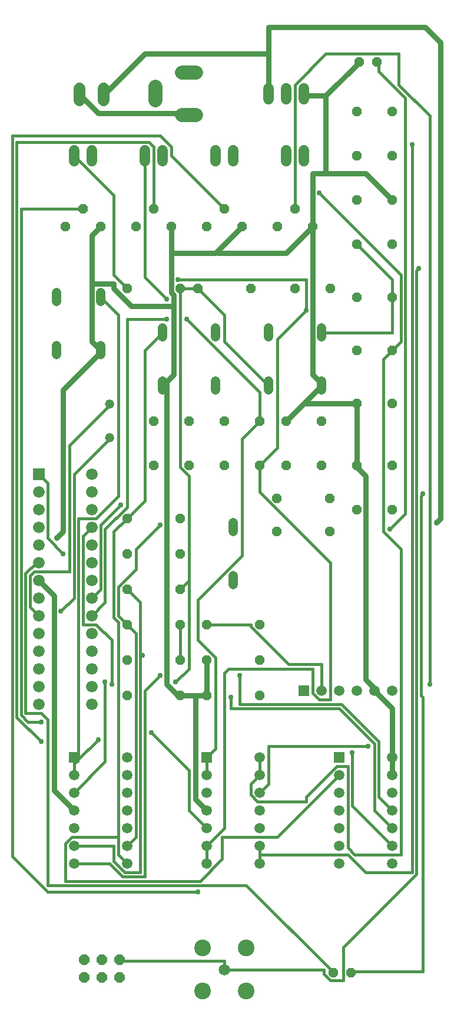
<source format=gbr>
G04 EAGLE Gerber RS-274X export*
G75*
%MOMM*%
%FSLAX34Y34*%
%LPD*%
%INTop Copper*%
%IPPOS*%
%AMOC8*
5,1,8,0,0,1.08239X$1,22.5*%
G01*
%ADD10P,1.429621X8X22.500000*%
%ADD11C,2.000000*%
%ADD12P,1.429621X8X202.500000*%
%ADD13C,1.320800*%
%ADD14C,1.508000*%
%ADD15R,1.508000X1.508000*%
%ADD16C,1.524000*%
%ADD17C,1.650000*%
%ADD18C,2.400000*%
%ADD19C,1.320800*%
%ADD20C,1.700000*%
%ADD21R,1.498600X1.498600*%
%ADD22C,1.498600*%
%ADD23R,1.676400X1.676400*%
%ADD24C,1.676400*%
%ADD25P,1.649562X8X22.500000*%
%ADD26C,0.406400*%
%ADD27C,0.756400*%
%ADD28C,0.762000*%


D10*
X241300Y1511300D03*
X292100Y1511300D03*
X266700Y1536700D03*
D11*
X307500Y1670800D02*
X327500Y1670800D01*
X327500Y1731800D02*
X307500Y1731800D01*
X269500Y1711800D02*
X269500Y1691800D01*
D10*
X139700Y1511300D03*
X190500Y1511300D03*
X165100Y1536700D03*
X266700Y1231900D03*
X317500Y1231900D03*
X558800Y1104900D03*
X609600Y1104900D03*
X457200Y1168400D03*
X508000Y1168400D03*
X457200Y1231900D03*
X508000Y1231900D03*
X368300Y1231900D03*
X419100Y1231900D03*
X368300Y1168400D03*
X419100Y1168400D03*
X558800Y1676400D03*
X609600Y1676400D03*
X558800Y1333500D03*
X609600Y1333500D03*
X558800Y1612900D03*
X609600Y1612900D03*
D12*
X609600Y1549400D03*
X558800Y1549400D03*
D10*
X558800Y1485900D03*
X609600Y1485900D03*
X558800Y1409700D03*
X609600Y1409700D03*
X266700Y1168400D03*
X317500Y1168400D03*
X469900Y1422400D03*
X520700Y1422400D03*
X558800Y1257300D03*
X609600Y1257300D03*
X558800Y1168400D03*
X609600Y1168400D03*
D13*
X508000Y1276096D02*
X508000Y1289304D01*
X508000Y1352296D02*
X508000Y1365504D01*
X127000Y1340104D02*
X127000Y1326896D01*
X127000Y1403096D02*
X127000Y1416304D01*
X431800Y1289304D02*
X431800Y1276096D01*
X431800Y1352296D02*
X431800Y1365504D01*
X355600Y1365504D02*
X355600Y1352296D01*
X355600Y1289304D02*
X355600Y1276096D01*
X279400Y1276096D02*
X279400Y1289304D01*
X279400Y1352296D02*
X279400Y1365504D01*
X190500Y1340104D02*
X190500Y1326896D01*
X190500Y1403096D02*
X190500Y1416304D01*
D14*
X508000Y844550D03*
D15*
X482600Y844550D03*
D14*
X533400Y844550D03*
X558800Y844550D03*
X584200Y844550D03*
X609600Y844550D03*
D16*
X431800Y1694180D02*
X431800Y1709420D01*
X457200Y1709420D02*
X457200Y1694180D01*
X482600Y1694180D02*
X482600Y1709420D01*
D17*
X368300Y444500D03*
D18*
X337000Y475800D03*
X399600Y475800D03*
X399600Y413200D03*
X337000Y413200D03*
D13*
X381000Y996696D02*
X381000Y1009904D01*
X381000Y1072896D02*
X381000Y1086104D01*
D19*
X203200Y1207770D03*
X203200Y1256030D03*
D10*
X342900Y889000D03*
X419100Y889000D03*
X228600Y1041400D03*
X304800Y1041400D03*
X342900Y939800D03*
X419100Y939800D03*
X228600Y838200D03*
X304800Y838200D03*
X228600Y1092200D03*
X304800Y1092200D03*
X342900Y838200D03*
X419100Y838200D03*
X330200Y1422400D03*
X406400Y1422400D03*
X228600Y1422400D03*
X304800Y1422400D03*
X228600Y939800D03*
X304800Y939800D03*
X228600Y990600D03*
X304800Y990600D03*
D12*
X304800Y889000D03*
X228600Y889000D03*
D20*
X160300Y1692300D02*
X160300Y1709300D01*
X195300Y1709300D02*
X195300Y1692300D01*
D21*
X533400Y749300D03*
D22*
X533400Y723900D03*
X533400Y698500D03*
X533400Y673100D03*
X533400Y647700D03*
X533400Y622300D03*
X533400Y596900D03*
X609600Y596900D03*
X609600Y622300D03*
X609600Y647700D03*
X609600Y673100D03*
X609600Y698500D03*
X609600Y723900D03*
X609600Y749300D03*
D23*
X101600Y1155700D03*
D24*
X101600Y1130300D03*
X101600Y1104900D03*
X101600Y1079500D03*
X101600Y1054100D03*
X101600Y1028700D03*
X101600Y1003300D03*
X101600Y977900D03*
X101600Y952500D03*
X101600Y927100D03*
X101600Y901700D03*
X101600Y876300D03*
X101600Y850900D03*
X101600Y825500D03*
X177800Y825500D03*
X177800Y850900D03*
X177800Y876300D03*
X177800Y901700D03*
X177800Y927100D03*
X177800Y952500D03*
X177800Y977900D03*
X177800Y1003300D03*
X177800Y1028700D03*
X177800Y1054100D03*
X177800Y1079500D03*
X177800Y1104900D03*
X177800Y1130300D03*
X177800Y1155700D03*
D21*
X152400Y749300D03*
D22*
X152400Y723900D03*
X152400Y698500D03*
X152400Y673100D03*
X152400Y647700D03*
X152400Y622300D03*
X152400Y596900D03*
X228600Y596900D03*
X228600Y622300D03*
X228600Y647700D03*
X228600Y673100D03*
X228600Y698500D03*
X228600Y723900D03*
X228600Y749300D03*
D21*
X342900Y749300D03*
D22*
X342900Y723900D03*
X342900Y698500D03*
X342900Y673100D03*
X342900Y647700D03*
X342900Y622300D03*
X342900Y596900D03*
X419100Y596900D03*
X419100Y622300D03*
X419100Y647700D03*
X419100Y673100D03*
X419100Y698500D03*
X419100Y723900D03*
X419100Y749300D03*
D10*
X342900Y1511300D03*
X393700Y1511300D03*
X368300Y1536700D03*
X444500Y1511300D03*
X495300Y1511300D03*
X469900Y1536700D03*
D16*
X254000Y1605280D02*
X254000Y1620520D01*
X279400Y1620520D02*
X279400Y1605280D01*
X152400Y1605280D02*
X152400Y1620520D01*
X177800Y1620520D02*
X177800Y1605280D01*
X355600Y1605280D02*
X355600Y1620520D01*
X381000Y1620520D02*
X381000Y1605280D01*
X457200Y1605280D02*
X457200Y1620520D01*
X482600Y1620520D02*
X482600Y1605280D01*
D10*
X562129Y1747345D03*
X587529Y1747345D03*
X443605Y1073466D03*
X519805Y1073466D03*
X443605Y1120875D03*
X519805Y1120875D03*
X524880Y440223D03*
X550280Y440223D03*
D25*
X166774Y433449D03*
X166774Y458849D03*
X192174Y433449D03*
X192174Y458849D03*
X217574Y433449D03*
X217574Y458849D03*
D26*
X101600Y952500D02*
X88900Y965200D01*
X88900Y1009650D01*
X95250Y1016000D01*
X146050Y1016000D01*
X146050Y1196975D01*
X203200Y1254125D01*
X203200Y1256030D01*
X152400Y977900D02*
X133350Y958850D01*
X152400Y977900D02*
X152400Y1155700D01*
X203200Y1206500D01*
X203200Y1207770D01*
D27*
X133350Y958850D03*
D26*
X190500Y1082675D02*
X219075Y1111250D01*
X190500Y1082675D02*
X190500Y990600D01*
X177800Y977900D01*
D27*
X219075Y1111250D03*
D28*
X609600Y749300D02*
X609600Y723900D01*
X609600Y819150D02*
X584200Y844550D01*
X609600Y819150D02*
X609600Y749300D01*
X558800Y1168400D02*
X558800Y1257300D01*
X508000Y1282700D02*
X484188Y1258888D01*
X457200Y1231900D01*
X485775Y1257300D02*
X558800Y1257300D01*
X485775Y1257300D02*
X484188Y1258888D01*
X571500Y860425D02*
X584200Y847725D01*
X571500Y860425D02*
X571500Y1152525D01*
X558800Y1165225D01*
X584200Y847725D02*
X584200Y844550D01*
X558800Y1165225D02*
X558800Y1168400D01*
X123825Y701675D02*
X152400Y673100D01*
X123825Y701675D02*
X123825Y981075D01*
X101600Y1003300D01*
X327025Y838200D02*
X342900Y838200D01*
X327025Y838200D02*
X304800Y838200D01*
X342900Y838200D02*
X342900Y889000D01*
X327025Y688975D02*
X342900Y673100D01*
X327025Y688975D02*
X327025Y838200D01*
X190500Y1333500D02*
X177800Y1346200D01*
X177800Y1428750D02*
X177800Y1498600D01*
X177800Y1428750D02*
X177800Y1346200D01*
X177800Y1498600D02*
X190500Y1511300D01*
X514350Y1698625D02*
X561975Y1746250D01*
X514350Y1698625D02*
X482600Y1698625D01*
X482600Y1701800D01*
X561975Y1746250D02*
X562129Y1747345D01*
X295275Y1298575D02*
X279400Y1282700D01*
X295275Y1397000D02*
X295275Y1412875D01*
X295275Y1397000D02*
X295275Y1298575D01*
X295275Y1412875D02*
X292100Y1416050D01*
X292100Y1473200D02*
X292100Y1511300D01*
X292100Y1473200D02*
X292100Y1416050D01*
X355600Y1473200D02*
X357188Y1474788D01*
X393700Y1511300D01*
X355600Y1473200D02*
X292100Y1473200D01*
X457200Y1473200D02*
X495300Y1511300D01*
X457200Y1473200D02*
X358775Y1473200D01*
X357188Y1474788D01*
X571500Y1587500D02*
X609600Y1549400D01*
X514350Y1587500D02*
X495300Y1587500D01*
X514350Y1587500D02*
X571500Y1587500D01*
X495300Y1587500D02*
X495300Y1511300D01*
X514350Y1587500D02*
X514350Y1698625D01*
X209550Y1428750D02*
X177800Y1428750D01*
X209550Y1428750D02*
X209550Y1422400D01*
X234950Y1397000D01*
X295275Y1397000D01*
X285750Y854075D02*
X301625Y838200D01*
X285750Y854075D02*
X285750Y1285875D01*
X301625Y838200D02*
X304800Y838200D01*
X279400Y1282700D02*
X285750Y1285875D01*
X136525Y1073150D02*
X127000Y1063625D01*
X136525Y1073150D02*
X136525Y1276350D01*
X190500Y1330325D01*
X190500Y1333500D01*
X495300Y1298575D02*
X508000Y1285875D01*
X495300Y1298575D02*
X495300Y1511300D01*
X508000Y1285875D02*
X508000Y1282700D01*
D27*
X127000Y1063625D03*
D26*
X228600Y1377950D02*
X285750Y1377950D01*
X228600Y1377950D02*
X228600Y1108075D01*
X196850Y1076325D01*
X196850Y971550D01*
X177800Y952500D01*
D27*
X285750Y1377950D03*
D26*
X114300Y1063625D02*
X136525Y1041400D01*
X114300Y1063625D02*
X114300Y1143000D01*
X101600Y1155700D01*
D27*
X136525Y1041400D03*
D26*
X508000Y1358900D02*
X609600Y1358900D01*
X609600Y1409700D01*
X609600Y1435100D02*
X558800Y1485900D01*
X609600Y1435100D02*
X609600Y1409700D01*
X317500Y1003300D02*
X304800Y990600D01*
X317500Y1003300D02*
X317500Y1152525D01*
X304800Y1165225D01*
X304800Y1422400D01*
X330200Y1422400D01*
X368300Y1346200D02*
X431800Y1282700D01*
X368300Y1346200D02*
X368300Y1384300D01*
X330200Y1422400D01*
X196850Y742950D02*
X152400Y698500D01*
X196850Y742950D02*
X196850Y857250D01*
X298450Y857250D02*
X317500Y876300D01*
X317500Y1003300D01*
D27*
X196850Y857250D03*
X298450Y857250D03*
D26*
X152400Y749300D02*
X152400Y739775D01*
X152400Y723900D01*
X152400Y739775D02*
X158750Y746125D01*
X187325Y774700D01*
X215900Y1384300D02*
X190500Y1409700D01*
X215900Y1384300D02*
X215900Y1123950D01*
X184150Y1092200D01*
X158750Y1092200D01*
X158750Y746125D01*
X152400Y749300D01*
D27*
X187325Y774700D03*
D26*
X228600Y1092200D02*
X254000Y1117600D01*
X254000Y1333500D01*
X279400Y1358900D01*
X215900Y609600D02*
X228600Y596900D01*
X215900Y635000D02*
X215900Y942975D01*
X215900Y635000D02*
X215900Y609600D01*
X215900Y942975D02*
X209550Y949325D01*
X209550Y1073150D01*
X228600Y1092200D01*
X533400Y723900D02*
X444500Y635000D01*
X365125Y635000D01*
X365125Y603250D01*
X333375Y571500D01*
X139700Y571500D01*
X139700Y625475D01*
X149225Y635000D01*
X215900Y635000D01*
X342900Y939800D02*
X406400Y939800D01*
X406400Y936625D01*
X460375Y882650D01*
X508000Y882650D01*
X508000Y844550D01*
X368300Y457200D02*
X219075Y457200D01*
X368300Y457200D02*
X368300Y444500D01*
X219075Y457200D02*
X217574Y458849D01*
X368300Y444500D02*
X511175Y444500D01*
X511175Y438150D01*
X520700Y428625D01*
X539750Y428625D01*
X539750Y476250D01*
X644525Y581025D01*
X644525Y1447800D01*
X647700Y1450975D01*
D27*
X647700Y1450975D03*
D26*
X206375Y917575D02*
X206375Y854075D01*
X206375Y917575D02*
X184150Y939800D01*
X165100Y939800D01*
X165100Y1066800D01*
X177800Y1079500D01*
D27*
X206375Y854075D03*
D28*
X673100Y1085850D02*
X679450Y1092200D01*
X679450Y1774825D01*
X657225Y1797050D01*
X431800Y1797050D01*
X431800Y1758950D02*
X431800Y1701800D01*
X431800Y1758950D02*
X431800Y1797050D01*
X254000Y1758950D02*
X196850Y1701800D01*
X254000Y1758950D02*
X431800Y1758950D01*
X196850Y1701800D02*
X195300Y1700800D01*
D27*
X673100Y1085850D03*
D26*
X584200Y673100D02*
X609600Y647700D01*
X584200Y673100D02*
X584200Y768350D01*
X533400Y819150D01*
X377825Y819150D01*
X377825Y835025D01*
D27*
X377825Y835025D03*
D26*
X552450Y679450D02*
X609600Y622300D01*
X552450Y679450D02*
X552450Y755650D01*
D27*
X552450Y755650D03*
D26*
X590550Y692150D02*
X609600Y673100D01*
X590550Y692150D02*
X590550Y771525D01*
X536575Y825500D01*
X390525Y825500D01*
X390525Y866775D01*
D27*
X390525Y866775D03*
D28*
X187325Y1673225D02*
X161925Y1698625D01*
X187325Y1673225D02*
X317500Y1673225D01*
X161925Y1698625D02*
X160300Y1700800D01*
X317500Y1673225D02*
X317500Y1670800D01*
D26*
X304800Y939800D02*
X304800Y889000D01*
X203200Y596900D02*
X152400Y596900D01*
X203200Y596900D02*
X222250Y577850D01*
X254000Y577850D01*
X254000Y844550D01*
X276225Y866775D01*
D27*
X276225Y866775D03*
D26*
X250825Y895350D02*
X247650Y898525D01*
X247650Y971550D01*
X228600Y990600D01*
X209550Y622300D02*
X152400Y622300D01*
X209550Y622300D02*
X209550Y600075D01*
X225425Y584200D01*
X247650Y584200D01*
X247650Y898525D01*
D27*
X250825Y895350D03*
D26*
X241300Y927100D02*
X228600Y939800D01*
X241300Y927100D02*
X241300Y635000D01*
X228600Y622300D01*
X241300Y1047750D02*
X276225Y1082675D01*
X241300Y1047750D02*
X241300Y1019175D01*
X215900Y993775D01*
X215900Y952500D01*
X228600Y939800D01*
D27*
X276225Y1082675D03*
D26*
X266700Y1536700D02*
X266700Y1625600D01*
X260350Y1631950D01*
X69850Y1631950D01*
X69850Y806450D01*
X104775Y771525D01*
D27*
X104775Y771525D03*
D26*
X76200Y1536700D02*
X165100Y1536700D01*
X76200Y1536700D02*
X76200Y809625D01*
X85725Y800100D01*
X104775Y800100D01*
X263525Y784225D02*
X317500Y730250D01*
X317500Y673100D01*
X342900Y647700D01*
D27*
X104775Y800100D03*
X263525Y784225D03*
D26*
X368300Y1536700D02*
X292100Y1612900D01*
X292100Y1625600D01*
X276225Y1641475D01*
X63500Y1641475D01*
X63500Y606425D01*
X114300Y555625D01*
X330200Y555625D01*
D27*
X330200Y555625D03*
D26*
X393700Y1206500D02*
X419100Y1231900D01*
X393700Y1206500D02*
X393700Y1038225D01*
X330200Y974725D01*
X330200Y917575D01*
X355600Y892175D01*
X355600Y762000D01*
X342900Y749300D01*
X342900Y723900D01*
X254000Y1438275D02*
X254000Y1612900D01*
X254000Y1438275D02*
X285750Y1406525D01*
X314325Y1377950D02*
X419100Y1273175D01*
X419100Y1231900D01*
D27*
X285750Y1406525D03*
X314325Y1377950D03*
D26*
X228600Y1422400D02*
X209550Y1441450D01*
X209550Y1555750D01*
X152400Y1612900D01*
X342900Y622300D02*
X342900Y596900D01*
X419100Y1168400D02*
X444500Y1193800D01*
X444500Y1349375D01*
X485775Y1390650D01*
X368300Y647700D02*
X342900Y622300D01*
X368300Y647700D02*
X368300Y869950D01*
X374650Y876300D01*
X495300Y876300D01*
X495300Y841375D01*
X504825Y831850D01*
X520700Y831850D01*
X520700Y1028700D01*
X419100Y1130300D01*
X419100Y1168400D01*
X485775Y1435100D02*
X301625Y1435100D01*
X485775Y1435100D02*
X485775Y1390650D01*
D27*
X485775Y1390650D03*
X301625Y1435100D03*
D26*
X419100Y622300D02*
X419100Y609600D01*
X419100Y596900D01*
X419100Y609600D02*
X546100Y609600D01*
X571500Y584200D01*
X638175Y584200D01*
X638175Y1628775D01*
D27*
X638175Y1628775D03*
D26*
X419100Y749300D02*
X419100Y723900D01*
X609600Y1333500D02*
X622300Y1346200D01*
X622300Y1441450D01*
X504825Y1558925D01*
X419100Y723900D02*
X406400Y711200D01*
X406400Y695325D01*
X415925Y685800D01*
X485775Y685800D01*
X485775Y692150D01*
X530225Y736600D01*
X546100Y736600D01*
X546100Y619125D01*
X555625Y609600D01*
X622300Y609600D01*
X622300Y1047750D01*
X596900Y1073150D01*
X596900Y1320800D01*
X609600Y1333500D01*
D27*
X504825Y1558925D03*
D26*
X469900Y1536700D02*
X469900Y1714500D01*
X514350Y1758950D01*
X619125Y1758950D01*
X619125Y1714500D01*
X663575Y1670050D01*
X663575Y854075D01*
X574675Y765175D02*
X431800Y765175D01*
X431800Y711200D01*
X419100Y698500D01*
D27*
X663575Y854075D03*
X574675Y765175D03*
D26*
X606425Y1076325D02*
X628650Y1098550D01*
X628650Y1695450D01*
X590550Y1733550D01*
X590550Y1746250D01*
X587529Y1747345D01*
D27*
X606425Y1076325D03*
D26*
X654050Y441325D02*
X552450Y441325D01*
X654050Y441325D02*
X654050Y835025D01*
X650875Y838200D01*
X650875Y1123950D01*
X654050Y1127125D01*
X552450Y441325D02*
X550280Y440223D01*
D27*
X654050Y1127125D03*
D26*
X400050Y565150D02*
X523875Y441325D01*
X400050Y565150D02*
X114300Y565150D01*
X114300Y803275D01*
X104775Y812800D01*
X82550Y812800D01*
X82550Y1012825D01*
X98425Y1028700D01*
X101600Y1028700D01*
X523875Y441325D02*
X524880Y440223D01*
M02*

</source>
